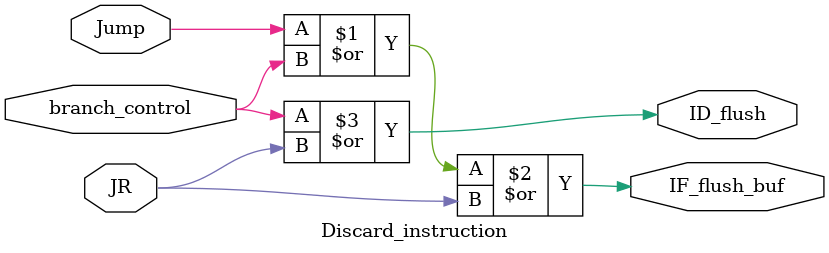
<source format=sv>
`timescale 1ns / 1ps


module Discard_instruction (
input wire Jump,
input wire branch_control,
input wire JR,
output wire IF_flush_buf,
output wire ID_flush
    );
    
assign IF_flush_buf = Jump | branch_control | JR;

assign ID_flush = branch_control | JR;
endmodule

</source>
